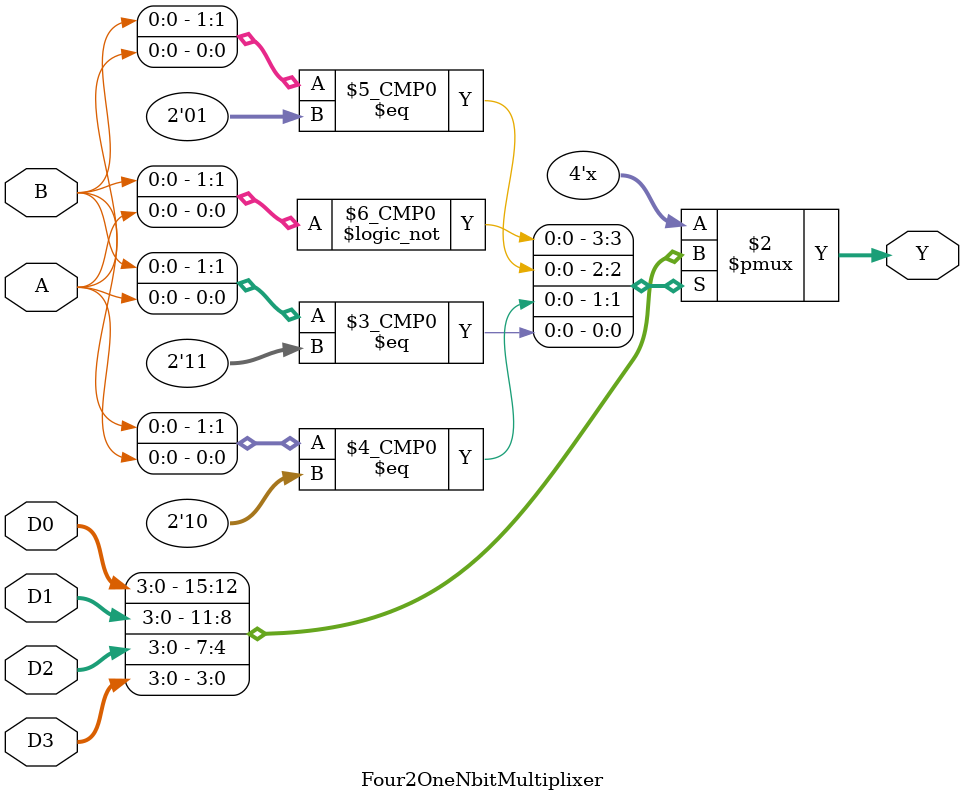
<source format=v>


module Four2OneNbitMultiplixer #(parameter N = 4) // N-bit length of the input values
											(
												input A, B, // selector input -- this will decide which input will go for the output
												input [N-1 : 0] D0, D1, D2, D3, // four inputs comming into the multiplixer which are N-bits in length
												output reg [N-1 : 0] Y // only output leaving the multiplixer which is N-bit long
											);
											
					always @ ( A, B, D0, D1, D2, D3)
						case({B,A})
							2'b00 : Y = D0;
							2'b01 : Y = D1;
							2'b10 : Y = D2;
							2'b11 : Y = D3;
						endcase
						
endmodule

</source>
